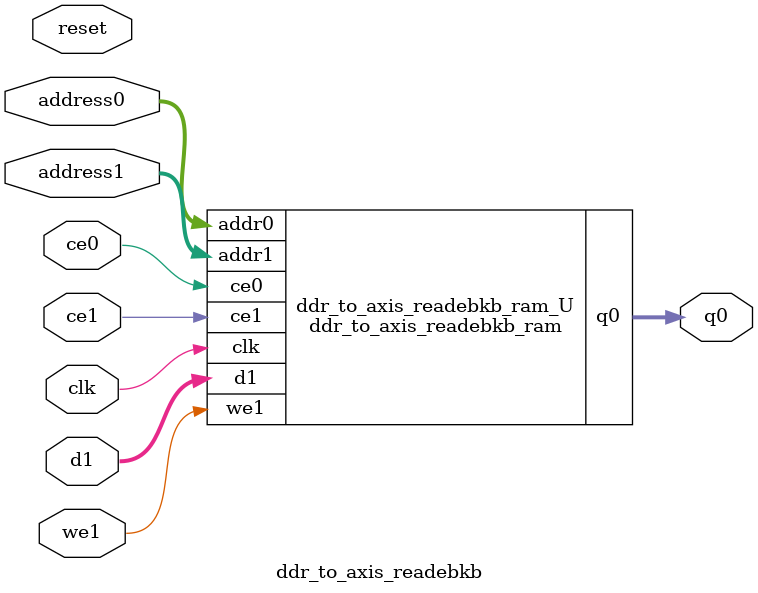
<source format=v>

`timescale 1 ns / 1 ps
module ddr_to_axis_readebkb_ram (addr0, ce0, q0, addr1, ce1, d1, we1,  clk);

parameter DWIDTH = 64;
parameter AWIDTH = 9;
parameter MEM_SIZE = 512;

input[AWIDTH-1:0] addr0;
input ce0;
output reg[DWIDTH-1:0] q0;
input[AWIDTH-1:0] addr1;
input ce1;
input[DWIDTH-1:0] d1;
input we1;
input clk;

(* ram_style = "block" *)reg [DWIDTH-1:0] ram[0:MEM_SIZE-1];




always @(posedge clk)  
begin 
    if (ce0) 
    begin
            q0 <= ram[addr0];
    end
end


always @(posedge clk)  
begin 
    if (ce1) 
    begin
        if (we1) 
        begin 
            ram[addr1] <= d1; 
        end 
    end
end


endmodule


`timescale 1 ns / 1 ps
module ddr_to_axis_readebkb(
    reset,
    clk,
    address0,
    ce0,
    q0,
    address1,
    ce1,
    we1,
    d1);

parameter DataWidth = 32'd64;
parameter AddressRange = 32'd512;
parameter AddressWidth = 32'd9;
input reset;
input clk;
input[AddressWidth - 1:0] address0;
input ce0;
output[DataWidth - 1:0] q0;
input[AddressWidth - 1:0] address1;
input ce1;
input we1;
input[DataWidth - 1:0] d1;



ddr_to_axis_readebkb_ram ddr_to_axis_readebkb_ram_U(
    .clk( clk ),
    .addr0( address0 ),
    .ce0( ce0 ),
    .q0( q0 ),
    .addr1( address1 ),
    .ce1( ce1 ),
    .d1( d1 ),
    .we1( we1 ));

endmodule


</source>
